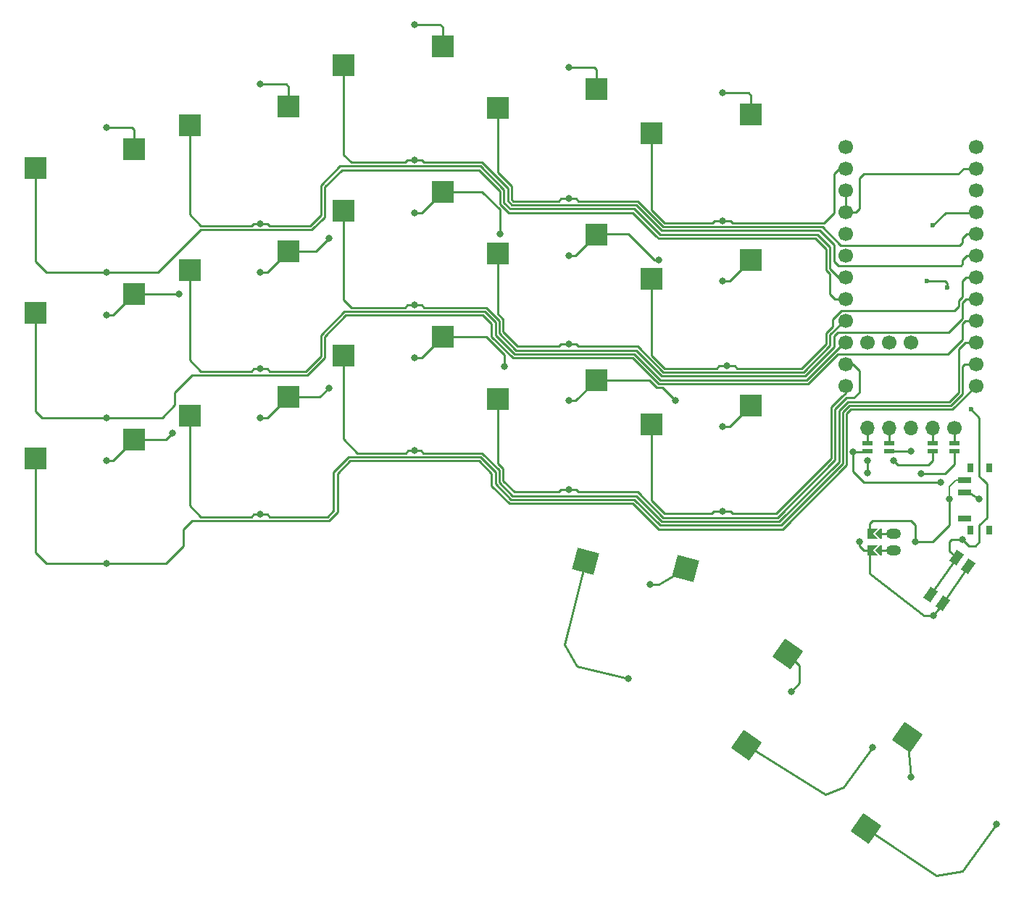
<source format=gbr>
%TF.GenerationSoftware,KiCad,Pcbnew,9.0.0*%
%TF.CreationDate,2025-03-13T17:07:21-04:00*%
%TF.ProjectId,Tenebra,54656e65-6272-4612-9e6b-696361645f70,v1.0.0*%
%TF.SameCoordinates,Original*%
%TF.FileFunction,Copper,L1,Top*%
%TF.FilePolarity,Positive*%
%FSLAX46Y46*%
G04 Gerber Fmt 4.6, Leading zero omitted, Abs format (unit mm)*
G04 Created by KiCad (PCBNEW 9.0.0) date 2025-03-13 17:07:21*
%MOMM*%
%LPD*%
G01*
G04 APERTURE LIST*
G04 Aperture macros list*
%AMRotRect*
0 Rectangle, with rotation*
0 The origin of the aperture is its center*
0 $1 length*
0 $2 width*
0 $3 Rotation angle, in degrees counterclockwise*
0 Add horizontal line*
21,1,$1,$2,0,0,$3*%
%AMFreePoly0*
4,1,6,0.600000,-1.000000,0.000000,-0.400000,-0.600000,-1.000000,-0.600000,0.250000,0.600000,0.250000,0.600000,-1.000000,0.600000,-1.000000,$1*%
%AMFreePoly1*
4,1,6,0.600000,-0.200000,0.600000,-0.400000,-0.600000,-0.400000,-0.600000,-0.200000,0.000000,0.400000,0.600000,-0.200000,0.600000,-0.200000,$1*%
G04 Aperture macros list end*
%TA.AperFunction,SMDPad,CuDef*%
%ADD10R,2.600000X2.600000*%
%TD*%
%TA.AperFunction,ComponentPad*%
%ADD11C,1.700000*%
%TD*%
%TA.AperFunction,SMDPad,CuDef*%
%ADD12RotRect,2.600000X2.600000X55.000000*%
%TD*%
%TA.AperFunction,SMDPad,CuDef*%
%ADD13FreePoly0,90.000000*%
%TD*%
%TA.AperFunction,ComponentPad*%
%ADD14O,1.750000X1.200000*%
%TD*%
%TA.AperFunction,SMDPad,CuDef*%
%ADD15FreePoly1,90.000000*%
%TD*%
%TA.AperFunction,SMDPad,CuDef*%
%ADD16RotRect,1.550000X1.000000X55.000000*%
%TD*%
%TA.AperFunction,SMDPad,CuDef*%
%ADD17R,0.800000X1.000000*%
%TD*%
%TA.AperFunction,SMDPad,CuDef*%
%ADD18R,1.500000X0.700000*%
%TD*%
%TA.AperFunction,ComponentPad*%
%ADD19O,1.700000X1.700000*%
%TD*%
%TA.AperFunction,SMDPad,CuDef*%
%ADD20R,1.200000X0.600000*%
%TD*%
%TA.AperFunction,SMDPad,CuDef*%
%ADD21RotRect,2.600000X2.600000X345.000000*%
%TD*%
%TA.AperFunction,ViaPad*%
%ADD22C,0.800000*%
%TD*%
%TA.AperFunction,ViaPad*%
%ADD23C,0.600000*%
%TD*%
%TA.AperFunction,Conductor*%
%ADD24C,0.250000*%
%TD*%
%TA.AperFunction,Conductor*%
%ADD25C,0.200000*%
%TD*%
G04 APERTURE END LIST*
D10*
%TO.P,S9,1*%
%TO.N,GND*%
X139275000Y-48050000D03*
%TO.P,S9,2*%
%TO.N,main_middle_top*%
X127725000Y-50250000D03*
%TD*%
D11*
%TO.P,MCU1,1*%
%TO.N,RAW*%
X201620000Y-59800000D03*
%TO.P,MCU1,2*%
%TO.N,GND*%
X201620000Y-62340000D03*
%TO.P,MCU1,3*%
%TO.N,RST*%
X201620000Y-64880000D03*
%TO.P,MCU1,4*%
%TO.N,VCC*%
X201620000Y-67420000D03*
%TO.P,MCU1,5*%
%TO.N,main_index_top*%
X201620000Y-69960000D03*
%TO.P,MCU1,6*%
%TO.N,main_middle_top*%
X201620000Y-72500000D03*
%TO.P,MCU1,7*%
%TO.N,main_inner_home*%
X201620000Y-75040000D03*
%TO.P,MCU1,8*%
%TO.N,main_middle_home*%
X201620000Y-77580000D03*
%TO.P,MCU1,9*%
%TO.N,main_pinky_home*%
X201620000Y-80120000D03*
%TO.P,MCU1,10*%
%TO.N,main_middle_bottom*%
X201620000Y-82660000D03*
%TO.P,MCU1,11*%
%TO.N,main_ring_bottom*%
X201620000Y-85200000D03*
%TO.P,MCU1,12*%
%TO.N,main_pinky_bottom*%
X201620000Y-87740000D03*
%TO.P,MCU1,13*%
%TO.N,main_inner_bottom*%
X186380000Y-87740000D03*
%TO.P,MCU1,14*%
%TO.N,main_index_bottom*%
X186380000Y-85200000D03*
%TO.P,MCU1,15*%
%TO.N,main_ring_home*%
X186380000Y-82660000D03*
%TO.P,MCU1,16*%
%TO.N,main_index_home*%
X186380000Y-80120000D03*
%TO.P,MCU1,17*%
%TO.N,main_pinky_top*%
X186380000Y-77580000D03*
%TO.P,MCU1,18*%
%TO.N,main_ring_top*%
X186380000Y-75040000D03*
%TO.P,MCU1,19*%
%TO.N,P3*%
X186380000Y-72500000D03*
%TO.P,MCU1,20*%
%TO.N,P2*%
X186380000Y-69960000D03*
%TO.P,MCU1,21*%
%TO.N,GND*%
X186380000Y-67420000D03*
%TO.P,MCU1,22*%
X186380000Y-64880000D03*
%TO.P,MCU1,23*%
%TO.N,main_inner_top*%
X186380000Y-62340000D03*
%TO.P,MCU1,24*%
%TO.N,P1*%
X186380000Y-59800000D03*
%TO.P,MCU1,25*%
%TO.N,thumb_inner*%
X188920000Y-82660000D03*
%TO.P,MCU1,26*%
%TO.N,thumb_home*%
X191460000Y-82660000D03*
%TO.P,MCU1,27*%
%TO.N,thumb_outer*%
X194000000Y-82660000D03*
%TD*%
D12*
%TO.P,S17,1*%
%TO.N,GND*%
X179642812Y-119051650D03*
%TO.P,S17,2*%
%TO.N,thumb_home*%
X174820139Y-129774725D03*
%TD*%
D13*
%TO.P,JST1,1*%
%TO.N,pos*%
X189184000Y-105000000D03*
%TO.P,JST1,2*%
%TO.N,GND*%
X189184000Y-107000000D03*
D14*
%TO.P,JST1,11*%
%TO.N,JST1_1*%
X192000000Y-105000000D03*
%TO.P,JST1,12*%
%TO.N,JST1_2*%
X192000000Y-107000000D03*
D15*
%TO.P,JST1,21*%
%TO.N,JST1_1*%
X190200000Y-105000000D03*
%TO.P,JST1,22*%
%TO.N,JST1_2*%
X190200000Y-107000000D03*
%TD*%
D16*
%TO.P,RST1,1*%
%TO.N,GND*%
X197690641Y-113137814D03*
%TO.P,RST1,2*%
%TO.N,RST*%
X196298083Y-112162734D03*
%TO.P,RST1,3*%
%TO.N,GND*%
X200701917Y-108837266D03*
%TO.P,RST1,4*%
%TO.N,RST*%
X199309359Y-107862186D03*
%TD*%
D10*
%TO.P,S4,1*%
%TO.N,GND*%
X121275000Y-89050000D03*
%TO.P,S4,2*%
%TO.N,main_ring_bottom*%
X109725000Y-91250000D03*
%TD*%
%TO.P,S12,1*%
%TO.N,GND*%
X157275000Y-53050000D03*
%TO.P,S12,2*%
%TO.N,main_index_top*%
X145725000Y-55250000D03*
%TD*%
%TO.P,S1,1*%
%TO.N,GND*%
X103275000Y-94050000D03*
%TO.P,S1,2*%
%TO.N,main_pinky_bottom*%
X91725000Y-96250000D03*
%TD*%
%TO.P,S15,1*%
%TO.N,GND*%
X175275000Y-56050000D03*
%TO.P,S15,2*%
%TO.N,main_inner_top*%
X163725000Y-58250000D03*
%TD*%
%TO.P,S6,1*%
%TO.N,GND*%
X121275000Y-55050000D03*
%TO.P,S6,2*%
%TO.N,main_ring_top*%
X109725000Y-57250000D03*
%TD*%
%TO.P,S14,1*%
%TO.N,GND*%
X175275000Y-73050000D03*
%TO.P,S14,2*%
%TO.N,main_inner_home*%
X163725000Y-75250000D03*
%TD*%
%TO.P,S10,1*%
%TO.N,GND*%
X157275000Y-87050000D03*
%TO.P,S10,2*%
%TO.N,main_index_bottom*%
X145725000Y-89250000D03*
%TD*%
%TO.P,S8,1*%
%TO.N,GND*%
X139275000Y-65050000D03*
%TO.P,S8,2*%
%TO.N,main_middle_home*%
X127725000Y-67250000D03*
%TD*%
%TO.P,S11,1*%
%TO.N,GND*%
X157275000Y-70050000D03*
%TO.P,S11,2*%
%TO.N,main_index_home*%
X145725000Y-72250000D03*
%TD*%
%TO.P,S13,1*%
%TO.N,GND*%
X175275000Y-90050000D03*
%TO.P,S13,2*%
%TO.N,main_inner_bottom*%
X163725000Y-92250000D03*
%TD*%
%TO.P,S2,1*%
%TO.N,GND*%
X103275000Y-77050000D03*
%TO.P,S2,2*%
%TO.N,main_pinky_home*%
X91725000Y-79250000D03*
%TD*%
%TO.P,S7,1*%
%TO.N,GND*%
X139275000Y-82050000D03*
%TO.P,S7,2*%
%TO.N,main_middle_bottom*%
X127725000Y-84250000D03*
%TD*%
%TO.P,S3,1*%
%TO.N,GND*%
X103275000Y-60050000D03*
%TO.P,S3,2*%
%TO.N,main_pinky_top*%
X91725000Y-62250000D03*
%TD*%
D12*
%TO.P,S18,1*%
%TO.N,GND*%
X193568397Y-128802449D03*
%TO.P,S18,2*%
%TO.N,thumb_outer*%
X188745724Y-139525524D03*
%TD*%
D17*
%TO.P,PWR1,*%
%TO.N,*%
X200915000Y-97350000D03*
X200915000Y-104650000D03*
X203125000Y-97350000D03*
X203125000Y-104650000D03*
D18*
%TO.P,PWR1,1*%
%TO.N,N/C*%
X200265000Y-103250000D03*
%TO.P,PWR1,2*%
%TO.N,RAW*%
X200265000Y-100250000D03*
%TO.P,PWR1,3*%
%TO.N,pos*%
X200265000Y-98750000D03*
%TD*%
D10*
%TO.P,S5,1*%
%TO.N,GND*%
X121275000Y-72050000D03*
%TO.P,S5,2*%
%TO.N,main_ring_home*%
X109725000Y-74250000D03*
%TD*%
D19*
%TO.P,DISP1,1*%
%TO.N,DISP1_1*%
X188920000Y-92700000D03*
%TO.P,DISP1,2*%
%TO.N,DISP1_2*%
X191460000Y-92700000D03*
%TO.P,DISP1,3*%
%TO.N,VCC*%
X194000000Y-92700000D03*
%TO.P,DISP1,4*%
%TO.N,DISP1_4*%
X196540000Y-92700000D03*
D11*
%TO.P,DISP1,5*%
%TO.N,DISP1_5*%
X199080000Y-92700000D03*
D20*
%TO.P,DISP1,10*%
%TO.N,P1*%
X188920000Y-95350000D03*
%TO.P,DISP1,11*%
%TO.N,GND*%
X191460000Y-95350000D03*
%TO.P,DISP1,12*%
%TO.N,P2*%
X196540000Y-95350000D03*
%TO.P,DISP1,13*%
%TO.N,P3*%
X199080000Y-95350000D03*
%TO.P,DISP1,14*%
%TO.N,DISP1_1*%
X188920000Y-94450000D03*
%TO.P,DISP1,15*%
%TO.N,DISP1_2*%
X191460000Y-94450000D03*
%TO.P,DISP1,16*%
%TO.N,DISP1_4*%
X196540000Y-94450000D03*
%TO.P,DISP1,17*%
%TO.N,DISP1_5*%
X199080000Y-94450000D03*
%TD*%
D21*
%TO.P,S16,1*%
%TO.N,GND*%
X167703380Y-109100374D03*
%TO.P,S16,2*%
%TO.N,thumb_inner*%
X155977535Y-108236051D03*
%TD*%
D22*
%TO.N,RAW*%
X202000000Y-101000000D03*
D23*
X195900000Y-75500000D03*
X198250000Y-76250000D03*
D22*
%TO.N,GND*%
X126000000Y-88000000D03*
X166500000Y-89500000D03*
X108500000Y-77000000D03*
X154000000Y-72500000D03*
X163500000Y-111000000D03*
X136000000Y-45500000D03*
X118000000Y-91500000D03*
X100000000Y-57500000D03*
X194000000Y-95350000D03*
X154000000Y-89500000D03*
X154000000Y-50500000D03*
X126000000Y-70500000D03*
X118000000Y-52500000D03*
X100000000Y-96500000D03*
X194000000Y-133500000D03*
X107750000Y-93250000D03*
X146000000Y-70000000D03*
X188000000Y-106000000D03*
X136000000Y-84500000D03*
X146500000Y-85500000D03*
X180000000Y-123500000D03*
X196625727Y-114625727D03*
X172000000Y-53500000D03*
X118000000Y-74500000D03*
X100000000Y-79500000D03*
X164500000Y-73000000D03*
X172000000Y-75500000D03*
X136000000Y-67500000D03*
X172000000Y-92500000D03*
%TO.N,RST*%
X200000000Y-105750000D03*
D23*
X201000000Y-90500000D03*
%TO.N,VCC*%
X196525000Y-69000000D03*
D22*
%TO.N,main_index_top*%
X154000000Y-65875000D03*
%TO.N,main_middle_top*%
X136000000Y-61325000D03*
%TO.N,main_inner_home*%
X172500000Y-85425000D03*
%TO.N,main_middle_home*%
X136000000Y-78325000D03*
%TO.N,main_pinky_home*%
X100000000Y-91500000D03*
%TO.N,main_middle_bottom*%
X136000000Y-95325000D03*
%TO.N,main_ring_bottom*%
X118000000Y-102775000D03*
%TO.N,main_pinky_bottom*%
X100000000Y-108500000D03*
%TO.N,P1*%
X187225000Y-95500000D03*
X197500000Y-99000000D03*
%TO.N,main_inner_top*%
X172000000Y-68425000D03*
%TO.N,P2*%
X192000000Y-96500000D03*
%TO.N,P3*%
X188920000Y-97950000D03*
X195225000Y-98000000D03*
X188920000Y-96500000D03*
%TO.N,main_ring_top*%
X118000000Y-68775000D03*
%TO.N,main_pinky_top*%
X100000000Y-74500000D03*
%TO.N,main_index_home*%
X154000000Y-82875000D03*
%TO.N,main_ring_home*%
X118000000Y-85775000D03*
%TO.N,main_index_bottom*%
X154000000Y-99875000D03*
%TO.N,main_inner_bottom*%
X172000000Y-102425000D03*
%TO.N,thumb_inner*%
X161000000Y-122000000D03*
%TO.N,thumb_home*%
X189500000Y-130000000D03*
%TO.N,thumb_outer*%
X204000000Y-139000000D03*
%TO.N,pos*%
X198500000Y-100999994D03*
X194500000Y-106000000D03*
%TD*%
D24*
%TO.N,RAW*%
X198250000Y-76250000D02*
X198250000Y-75750000D01*
X198250000Y-75750000D02*
X198000000Y-75500000D01*
X200765000Y-100250000D02*
X202000000Y-101000000D01*
X198000000Y-75500000D02*
X195900000Y-75500000D01*
%TO.N,GND*%
X121275000Y-89050000D02*
X124950000Y-89050000D01*
X154000000Y-89500000D02*
X154825000Y-89500000D01*
X106950000Y-94050000D02*
X103275000Y-94050000D01*
X161000000Y-70000000D02*
X164000000Y-73000000D01*
X188000000Y-67000000D02*
X187580000Y-67420000D01*
X121000000Y-52500000D02*
X118000000Y-52500000D01*
X108450000Y-77050000D02*
X108500000Y-77000000D01*
X100000000Y-96500000D02*
X100825000Y-96500000D01*
X188000000Y-63500000D02*
X188000000Y-67000000D01*
X146500000Y-84136396D02*
X146500000Y-85500000D01*
X136000000Y-67500000D02*
X136825000Y-67500000D01*
X189184000Y-109684000D02*
X195500000Y-114625727D01*
X103275000Y-60050000D02*
X103275000Y-57775000D01*
X118825000Y-74500000D02*
X121275000Y-72050000D01*
X144413604Y-82050000D02*
X146500000Y-84136396D01*
X172000000Y-53500000D02*
X175000000Y-53500000D01*
X157275000Y-70050000D02*
X157950000Y-70050000D01*
X164313190Y-87951000D02*
X164049000Y-87686810D01*
X189184000Y-107000000D02*
X189184000Y-109684000D01*
X121275000Y-72050000D02*
X124450000Y-72050000D01*
X164686810Y-87951000D02*
X164313190Y-87951000D01*
X100000000Y-79500000D02*
X100825000Y-79500000D01*
X172000000Y-92500000D02*
X172825000Y-92500000D01*
X157950000Y-70050000D02*
X158000000Y-70000000D01*
X191460000Y-95350000D02*
X191500000Y-95390000D01*
X186380000Y-64880000D02*
X186380000Y-67420000D01*
X200701917Y-108837266D02*
X197690641Y-113137814D01*
X193568397Y-128802449D02*
X194000000Y-133500000D01*
X103000000Y-57500000D02*
X100000000Y-57500000D01*
X139275000Y-82050000D02*
X144413604Y-82050000D01*
X195500000Y-114625727D02*
X196625727Y-114625727D01*
X139275000Y-45775000D02*
X139000000Y-45500000D01*
X154000000Y-50500000D02*
X157000000Y-50500000D01*
X188000000Y-106500000D02*
X188500000Y-107000000D01*
X157000000Y-50500000D02*
X157275000Y-50775000D01*
X172000000Y-75500000D02*
X172825000Y-75500000D01*
X118825000Y-91500000D02*
X121275000Y-89050000D01*
X103275000Y-77050000D02*
X108450000Y-77050000D01*
X139275000Y-48050000D02*
X139275000Y-45775000D01*
X124450000Y-72050000D02*
X126000000Y-70500000D01*
X201620000Y-62340000D02*
X200160000Y-62340000D01*
X107750000Y-93250000D02*
X106950000Y-94050000D01*
X163412190Y-87050000D02*
X157275000Y-87050000D01*
X103275000Y-57775000D02*
X103000000Y-57500000D01*
X194000000Y-95350000D02*
X191460000Y-95350000D01*
X188500000Y-63000000D02*
X188000000Y-63500000D01*
X181000000Y-120408838D02*
X181000000Y-122500000D01*
X154825000Y-89500000D02*
X157275000Y-87050000D01*
X146000000Y-70000000D02*
X146000000Y-67139224D01*
X175000000Y-53500000D02*
X175275000Y-53775000D01*
X164049000Y-87686810D02*
X163412190Y-87050000D01*
X118000000Y-74500000D02*
X118825000Y-74500000D01*
X164500000Y-111000000D02*
X167703380Y-109100374D01*
X196625727Y-114625727D02*
X197690641Y-113137814D01*
X172825000Y-75500000D02*
X175275000Y-73050000D01*
X199500000Y-63000000D02*
X188500000Y-63000000D01*
X200160000Y-62340000D02*
X199500000Y-63000000D01*
X188000000Y-106000000D02*
X188000000Y-106500000D01*
X124950000Y-89050000D02*
X126000000Y-88000000D01*
X175275000Y-53775000D02*
X175275000Y-56050000D01*
X139000000Y-45500000D02*
X136000000Y-45500000D01*
X136825000Y-84500000D02*
X139275000Y-82050000D01*
X100825000Y-96500000D02*
X103275000Y-94050000D01*
X157275000Y-50775000D02*
X157275000Y-53050000D01*
X179642812Y-119051650D02*
X181000000Y-120408838D01*
X164951000Y-87951000D02*
X164686810Y-87951000D01*
X157275000Y-70050000D02*
X154825000Y-72500000D01*
X121275000Y-55050000D02*
X121275000Y-52775000D01*
X172825000Y-92500000D02*
X175275000Y-90050000D01*
X118000000Y-91500000D02*
X118825000Y-91500000D01*
X146000000Y-67139224D02*
X143910776Y-65050000D01*
X164000000Y-73000000D02*
X164500000Y-73000000D01*
X187580000Y-67420000D02*
X186380000Y-67420000D01*
X166500000Y-89500000D02*
X164951000Y-87951000D01*
X181000000Y-122500000D02*
X180000000Y-123500000D01*
X100825000Y-79500000D02*
X103275000Y-77050000D01*
X121275000Y-52775000D02*
X121000000Y-52500000D01*
X188500000Y-107000000D02*
X189184000Y-107000000D01*
X136825000Y-67500000D02*
X139275000Y-65050000D01*
X158000000Y-70000000D02*
X161000000Y-70000000D01*
X163500000Y-111000000D02*
X164500000Y-111000000D01*
X154825000Y-72500000D02*
X154000000Y-72500000D01*
X143910776Y-65050000D02*
X139275000Y-65050000D01*
X136000000Y-84500000D02*
X136825000Y-84500000D01*
%TO.N,RST*%
X202000000Y-106000000D02*
X202000000Y-104000000D01*
X202000000Y-104000000D02*
X202851000Y-103149000D01*
X198750000Y-105750000D02*
X198500000Y-106000000D01*
X198500000Y-106000000D02*
X198500000Y-107052827D01*
X200000000Y-105750000D02*
X198750000Y-105750000D01*
X202000000Y-91500000D02*
X201000000Y-90500000D01*
X202000000Y-98325000D02*
X202000000Y-91500000D01*
X200000000Y-105750000D02*
X200750000Y-106500000D01*
X201500000Y-106500000D02*
X202000000Y-106000000D01*
X202851000Y-99157860D02*
X202367140Y-98674000D01*
X202367140Y-98674000D02*
X202349000Y-98674000D01*
X196298083Y-112162734D02*
X199309359Y-107862186D01*
X198500000Y-107052827D02*
X199309359Y-107862186D01*
X202851000Y-103149000D02*
X202851000Y-99157860D01*
X200750000Y-106500000D02*
X201500000Y-106500000D01*
X202349000Y-98674000D02*
X202000000Y-98325000D01*
%TO.N,VCC*%
X196525000Y-69000000D02*
X198025000Y-67500000D01*
X198025000Y-67500000D02*
X201540000Y-67500000D01*
X201540000Y-67500000D02*
X201620000Y-67420000D01*
%TO.N,main_index_top*%
X153125000Y-65875000D02*
X152850000Y-66150000D01*
X154000000Y-65875000D02*
X154875000Y-65875000D01*
X147350000Y-64440812D02*
X145725000Y-62815812D01*
X147559188Y-66150000D02*
X147350000Y-65940812D01*
X199675000Y-71325000D02*
X200000000Y-71000000D01*
X162059188Y-66150000D02*
X165059188Y-69150000D01*
X155150000Y-66150000D02*
X162059188Y-66150000D01*
X200000000Y-71000000D02*
X200000000Y-70500000D01*
X185825000Y-71325000D02*
X199675000Y-71325000D01*
X152850000Y-66150000D02*
X147559188Y-66150000D01*
X147350000Y-65940812D02*
X147350000Y-64440812D01*
X183650000Y-69150000D02*
X185825000Y-71325000D01*
X145725000Y-62815812D02*
X145725000Y-55250000D01*
X154000000Y-65875000D02*
X153125000Y-65875000D01*
X200540000Y-69960000D02*
X201620000Y-69960000D01*
X165059188Y-69150000D02*
X183650000Y-69150000D01*
X200000000Y-70500000D02*
X200540000Y-69960000D01*
X154875000Y-65875000D02*
X155150000Y-66150000D01*
%TO.N,main_middle_top*%
X161872792Y-66600000D02*
X147372792Y-66600000D01*
X185500000Y-73675000D02*
X185000000Y-73175000D01*
X135175000Y-61325000D02*
X134900000Y-61600000D01*
X199825000Y-73675000D02*
X185500000Y-73675000D01*
X185000000Y-71250000D02*
X183350000Y-69600000D01*
X134900000Y-61600000D02*
X128600000Y-61600000D01*
X185000000Y-73175000D02*
X185000000Y-71250000D01*
X143872792Y-61600000D02*
X137100000Y-61600000D01*
X146900000Y-66127208D02*
X146900000Y-64627208D01*
X128600000Y-61600000D02*
X127725000Y-60725000D01*
X136825000Y-61325000D02*
X136000000Y-61325000D01*
X164872792Y-69600000D02*
X161872792Y-66600000D01*
X183350000Y-69600000D02*
X164872792Y-69600000D01*
X137100000Y-61600000D02*
X136825000Y-61325000D01*
X201620000Y-72500000D02*
X200500000Y-72500000D01*
X200000000Y-73000000D02*
X200000000Y-73500000D01*
X146900000Y-64627208D02*
X143872792Y-61600000D01*
X200000000Y-73500000D02*
X199825000Y-73675000D01*
X147372792Y-66600000D02*
X146900000Y-66127208D01*
X200500000Y-72500000D02*
X200000000Y-73000000D01*
X136000000Y-61325000D02*
X135175000Y-61325000D01*
X127725000Y-60725000D02*
X127725000Y-50250000D01*
%TO.N,main_inner_home*%
X200000000Y-75500000D02*
X200000000Y-77363604D01*
X184095406Y-82859010D02*
X181254416Y-85700000D01*
X171575000Y-85425000D02*
X172500000Y-85425000D01*
X173700000Y-85700000D02*
X173425000Y-85425000D01*
X185893299Y-78945000D02*
X184833179Y-80005120D01*
X173425000Y-85425000D02*
X172500000Y-85425000D01*
X199550000Y-78450000D02*
X199055000Y-78945000D01*
X199550000Y-77813604D02*
X199550000Y-78450000D01*
X165245584Y-85700000D02*
X171300000Y-85700000D01*
X200000000Y-77363604D02*
X199550000Y-77813604D01*
X163725000Y-75250000D02*
X163725000Y-84179416D01*
X184095406Y-81570951D02*
X184095406Y-82859010D01*
X163725000Y-84179416D02*
X165245584Y-85700000D01*
X181254416Y-85700000D02*
X173700000Y-85700000D01*
X171300000Y-85700000D02*
X171575000Y-85425000D01*
X184833179Y-80005120D02*
X184833179Y-80833178D01*
X184833179Y-80833178D02*
X184095406Y-81570951D01*
X201620000Y-75040000D02*
X200460000Y-75040000D01*
X199055000Y-78945000D02*
X185893299Y-78945000D01*
X200460000Y-75040000D02*
X200000000Y-75500000D01*
%TO.N,main_middle_home*%
X127725000Y-77725000D02*
X128600000Y-78600000D01*
X198378604Y-81485000D02*
X200000000Y-79863604D01*
X145900000Y-81627208D02*
X147872792Y-83600000D01*
X136825000Y-78325000D02*
X137100000Y-78600000D01*
X164872792Y-86600000D02*
X181627208Y-86600000D01*
X128600000Y-78600000D02*
X134900000Y-78600000D01*
X134900000Y-78600000D02*
X135175000Y-78325000D01*
X181627208Y-86600000D02*
X185000000Y-83227208D01*
X136000000Y-78325000D02*
X136825000Y-78325000D01*
X185454149Y-81485000D02*
X198378604Y-81485000D01*
X200000000Y-78000000D02*
X200420000Y-77580000D01*
X185000000Y-83227208D02*
X185000000Y-81939149D01*
X161872792Y-83600000D02*
X164872792Y-86600000D01*
X135175000Y-78325000D02*
X136000000Y-78325000D01*
X185000000Y-81939149D02*
X185454149Y-81485000D01*
X137100000Y-78600000D02*
X144372792Y-78600000D01*
X144372792Y-78600000D02*
X145900000Y-80127208D01*
X200420000Y-77580000D02*
X201620000Y-77580000D01*
X145900000Y-80127208D02*
X145900000Y-81627208D01*
X127725000Y-67250000D02*
X127725000Y-77725000D01*
X200000000Y-79863604D02*
X200000000Y-78000000D01*
X147872792Y-83600000D02*
X161872792Y-83600000D01*
%TO.N,main_pinky_home*%
X200000000Y-82363604D02*
X198338604Y-84025000D01*
X201620000Y-80120000D02*
X200380000Y-80120000D01*
X100000000Y-91500000D02*
X92500000Y-91500000D01*
X108000000Y-88500000D02*
X108000000Y-90000000D01*
X200000000Y-80500000D02*
X200000000Y-82363604D01*
X128000000Y-79500000D02*
X125500000Y-82000000D01*
X106500000Y-91500000D02*
X100000000Y-91500000D01*
X200380000Y-80120000D02*
X200000000Y-80500000D01*
X108000000Y-90000000D02*
X106500000Y-91500000D01*
X145000000Y-80500000D02*
X144000000Y-79500000D01*
X92500000Y-91500000D02*
X91725000Y-90725000D01*
X110000000Y-86500000D02*
X108000000Y-88500000D01*
X147500000Y-84500000D02*
X145000000Y-82000000D01*
X144000000Y-79500000D02*
X128000000Y-79500000D01*
X123500000Y-86500000D02*
X110000000Y-86500000D01*
X198338604Y-84025000D02*
X185475000Y-84025000D01*
X91725000Y-90725000D02*
X91725000Y-79250000D01*
X125500000Y-82000000D02*
X125500000Y-84500000D01*
X125500000Y-84500000D02*
X123500000Y-86500000D01*
X161500000Y-84500000D02*
X147500000Y-84500000D01*
X185475000Y-84025000D02*
X182000000Y-87500000D01*
X164500000Y-87500000D02*
X161500000Y-84500000D01*
X145000000Y-82000000D02*
X145000000Y-80500000D01*
X182000000Y-87500000D02*
X164500000Y-87500000D01*
%TO.N,main_middle_bottom*%
X136000000Y-95325000D02*
X135275000Y-95325000D01*
X185600000Y-96627208D02*
X185600000Y-90627208D01*
X145900000Y-97627208D02*
X145900000Y-99036396D01*
X185600000Y-90627208D02*
X186627208Y-89600000D01*
X161872792Y-100600000D02*
X164872792Y-103600000D01*
X129350000Y-95600000D02*
X127725000Y-93975000D01*
X136725000Y-95325000D02*
X137000000Y-95600000D01*
X137000000Y-95600000D02*
X143872792Y-95600000D01*
X145900000Y-99036396D02*
X147463604Y-100600000D01*
X136000000Y-95325000D02*
X136725000Y-95325000D01*
X199550000Y-88537208D02*
X199550000Y-83450000D01*
X143872792Y-95600000D02*
X145900000Y-97627208D01*
X127725000Y-93975000D02*
X127725000Y-84250000D01*
X200340000Y-82660000D02*
X201620000Y-82660000D01*
X164872792Y-103600000D02*
X178627208Y-103600000D01*
X199550000Y-83450000D02*
X200340000Y-82660000D01*
X147463604Y-100600000D02*
X161872792Y-100600000D01*
X186627208Y-89600000D02*
X198487208Y-89600000D01*
X178627208Y-103600000D02*
X185600000Y-96627208D01*
X135275000Y-95325000D02*
X135000000Y-95600000D01*
X135000000Y-95600000D02*
X129350000Y-95600000D01*
X198487208Y-89600000D02*
X199550000Y-88537208D01*
%TO.N,main_ring_bottom*%
X109725000Y-101725000D02*
X111050000Y-103050000D01*
X164686396Y-104050000D02*
X178813604Y-104050000D01*
X198673604Y-90050000D02*
X200000000Y-88723604D01*
X186813604Y-90050000D02*
X198673604Y-90050000D01*
X200000000Y-88723604D02*
X200000000Y-85500000D01*
X126550000Y-102313604D02*
X126550000Y-97813604D01*
X161686396Y-101050000D02*
X164686396Y-104050000D01*
X145450000Y-97813604D02*
X145450000Y-99222792D01*
X145450000Y-99222792D02*
X147277208Y-101050000D01*
X147277208Y-101050000D02*
X161686396Y-101050000D01*
X116950000Y-103050000D02*
X117225000Y-102775000D01*
X186050000Y-96813604D02*
X186050000Y-90813604D01*
X117225000Y-102775000D02*
X118000000Y-102775000D01*
X200300000Y-85200000D02*
X201620000Y-85200000D01*
X126550000Y-97813604D02*
X128313604Y-96050000D01*
X118000000Y-102775000D02*
X118775000Y-102775000D01*
X118775000Y-102775000D02*
X119050000Y-103050000D01*
X186050000Y-90813604D02*
X186813604Y-90050000D01*
X109725000Y-91250000D02*
X109725000Y-101725000D01*
X128313604Y-96050000D02*
X143686396Y-96050000D01*
X200000000Y-85500000D02*
X200300000Y-85200000D01*
X119050000Y-103050000D02*
X125813604Y-103050000D01*
X143686396Y-96050000D02*
X145450000Y-97813604D01*
X125813604Y-103050000D02*
X126550000Y-102313604D01*
X178813604Y-104050000D02*
X186050000Y-96813604D01*
X111050000Y-103050000D02*
X116950000Y-103050000D01*
%TO.N,main_pinky_bottom*%
X186500000Y-91000000D02*
X187000000Y-90500000D01*
X91725000Y-107225000D02*
X93000000Y-108500000D01*
X107000000Y-108500000D02*
X109000000Y-106500000D01*
X186500000Y-97000000D02*
X186500000Y-91000000D01*
X164500000Y-104500000D02*
X179000000Y-104500000D01*
X161500000Y-101500000D02*
X164500000Y-104500000D01*
X93000000Y-108500000D02*
X100000000Y-108500000D01*
X179000000Y-104500000D02*
X186500000Y-97000000D01*
X143500000Y-96500000D02*
X145000000Y-98000000D01*
X126000000Y-103500000D02*
X127000000Y-102500000D01*
X109000000Y-104500000D02*
X110000000Y-103500000D01*
X109000000Y-106500000D02*
X109000000Y-104500000D01*
X147090812Y-101500000D02*
X161500000Y-101500000D01*
X128500000Y-96500000D02*
X143500000Y-96500000D01*
X187000000Y-90500000D02*
X198860000Y-90500000D01*
X91725000Y-96250000D02*
X91725000Y-107225000D01*
X145000000Y-98000000D02*
X145000000Y-99409188D01*
X100000000Y-108500000D02*
X107000000Y-108500000D01*
X127000000Y-98000000D02*
X128500000Y-96500000D01*
X145000000Y-99409188D02*
X147090812Y-101500000D01*
X198860000Y-90500000D02*
X201620000Y-87740000D01*
X127000000Y-102500000D02*
X127000000Y-98000000D01*
X110000000Y-103500000D02*
X126000000Y-103500000D01*
%TO.N,P1*%
X188500000Y-99000000D02*
X187225000Y-97725000D01*
X188770000Y-95500000D02*
X188920000Y-95350000D01*
X187225000Y-95500000D02*
X188770000Y-95500000D01*
X197500000Y-99000000D02*
X188500000Y-99000000D01*
X187225000Y-97725000D02*
X187225000Y-95500000D01*
%TO.N,main_inner_top*%
X172925000Y-68425000D02*
X173200000Y-68700000D01*
X173200000Y-68700000D02*
X183800000Y-68700000D01*
X171075000Y-68425000D02*
X170800000Y-68700000D01*
X165245584Y-68700000D02*
X163725000Y-67179416D01*
X185000000Y-67500000D02*
X185000000Y-63000000D01*
X185000000Y-63000000D02*
X185660000Y-62340000D01*
X172000000Y-68425000D02*
X172925000Y-68425000D01*
X172000000Y-68425000D02*
X171075000Y-68425000D01*
X183800000Y-68700000D02*
X185000000Y-67500000D01*
X170800000Y-68700000D02*
X165245584Y-68700000D01*
X185660000Y-62340000D02*
X186380000Y-62340000D01*
X163725000Y-67179416D02*
X163725000Y-58250000D01*
%TO.N,P2*%
X192000000Y-96500000D02*
X192500000Y-97000000D01*
X196040000Y-97000000D02*
X196540000Y-96500000D01*
X196540000Y-96500000D02*
X196540000Y-95350000D01*
X192500000Y-97000000D02*
X196040000Y-97000000D01*
%TO.N,P3*%
X199080000Y-96920000D02*
X199080000Y-95350000D01*
X195225000Y-98000000D02*
X198000000Y-98000000D01*
X198000000Y-98000000D02*
X199080000Y-96920000D01*
X188920000Y-96500000D02*
X188920000Y-97950000D01*
%TO.N,main_ring_top*%
X143685982Y-62051000D02*
X146449000Y-64814018D01*
X125050000Y-64313604D02*
X127313604Y-62050000D01*
X185540001Y-75040000D02*
X186380000Y-75040000D01*
X117225000Y-68775000D02*
X116950000Y-69050000D01*
X135699280Y-62051000D02*
X136300720Y-62051000D01*
X183051000Y-70051000D02*
X184549000Y-71549000D01*
X127313604Y-62050000D02*
X128412190Y-62050000D01*
X118000000Y-68775000D02*
X117225000Y-68775000D01*
X119050000Y-69050000D02*
X123813604Y-69050000D01*
X136913190Y-62051000D02*
X143685982Y-62051000D01*
X161685982Y-67051000D02*
X164685982Y-70051000D01*
X109725000Y-67725000D02*
X109725000Y-57250000D01*
X135087810Y-62050000D02*
X135698280Y-62050000D01*
X146449000Y-66314018D02*
X147185982Y-67051000D01*
X111050000Y-69050000D02*
X109725000Y-67725000D01*
X146449000Y-64814018D02*
X146449000Y-66314018D01*
X184549000Y-74048999D02*
X185540001Y-75040000D01*
X184549000Y-71549000D02*
X184549000Y-74048999D01*
X128413190Y-62051000D02*
X135086810Y-62051000D01*
X118775000Y-68775000D02*
X119050000Y-69050000D01*
X136300720Y-62051000D02*
X136301720Y-62050000D01*
X128412190Y-62050000D02*
X128413190Y-62051000D01*
X136912190Y-62050000D02*
X136913190Y-62051000D01*
X116950000Y-69050000D02*
X111050000Y-69050000D01*
X136301720Y-62050000D02*
X136912190Y-62050000D01*
X118000000Y-68775000D02*
X118775000Y-68775000D01*
X147185982Y-67051000D02*
X161685982Y-67051000D01*
X135698280Y-62050000D02*
X135699280Y-62051000D01*
X125050000Y-67813604D02*
X125050000Y-64313604D01*
X135086810Y-62051000D02*
X135087810Y-62050000D01*
X123813604Y-69050000D02*
X125050000Y-67813604D01*
X164685982Y-70051000D02*
X183051000Y-70051000D01*
%TO.N,main_pinky_top*%
X117698280Y-69500000D02*
X117699280Y-69501000D01*
X136725380Y-62501000D02*
X136726380Y-62502000D01*
X100000000Y-74500000D02*
X106000000Y-74500000D01*
X100000000Y-74500000D02*
X93000000Y-74500000D01*
X128226380Y-62502000D02*
X128600000Y-62502000D01*
X118301720Y-69500000D02*
X118862190Y-69500000D01*
X125501000Y-64500414D02*
X127500414Y-62501000D01*
X161499172Y-67502000D02*
X164234982Y-70237810D01*
X118862190Y-69500000D02*
X118863190Y-69501000D01*
X184098000Y-71735810D02*
X184098000Y-73548620D01*
X136113910Y-62502000D02*
X136487530Y-62502000D01*
X118863190Y-69501000D02*
X119236810Y-69501000D01*
X147372792Y-67502000D02*
X161499172Y-67502000D01*
X117137810Y-69500000D02*
X117698280Y-69500000D01*
X128225380Y-62501000D02*
X128226380Y-62502000D01*
X182864190Y-70502000D02*
X184098000Y-71735810D01*
X118300720Y-69501000D02*
X118301720Y-69500000D01*
X125236810Y-68264604D02*
X125501000Y-68000414D01*
X93000000Y-74500000D02*
X91725000Y-73225000D01*
X184098000Y-74235809D02*
X184362190Y-74499999D01*
X135511470Y-62501000D02*
X135512470Y-62502000D01*
X124264604Y-69236810D02*
X125236810Y-68264604D01*
X127500414Y-62501000D02*
X128225380Y-62501000D01*
X116763190Y-69501000D02*
X117136810Y-69501000D01*
X135273620Y-62502000D02*
X135274620Y-62501000D01*
X117699280Y-69501000D02*
X118300720Y-69501000D01*
X119236810Y-69501000D02*
X123626794Y-69501000D01*
X145998000Y-66127208D02*
X145998000Y-66500828D01*
X136487530Y-62502000D02*
X136488530Y-62501000D01*
X135274620Y-62501000D02*
X135511470Y-62501000D01*
X184500000Y-74637809D02*
X184500000Y-77000000D01*
X164234982Y-70237810D02*
X164499172Y-70502000D01*
X184362190Y-74499999D02*
X184500000Y-74637809D01*
X106000000Y-74500000D02*
X110999000Y-69501000D01*
X117136810Y-69501000D02*
X117137810Y-69500000D01*
X146734982Y-67237810D02*
X146999172Y-67502000D01*
X184098000Y-73548620D02*
X184098000Y-73862189D01*
X136726380Y-62502000D02*
X137100000Y-62502000D01*
X111236810Y-69501000D02*
X116763190Y-69501000D01*
X184098000Y-73862189D02*
X184098000Y-74235809D01*
X123626794Y-69501000D02*
X124000414Y-69501000D01*
X185080000Y-77580000D02*
X186380000Y-77580000D01*
X91725000Y-73225000D02*
X91725000Y-62250000D01*
X137100000Y-62502000D02*
X143499172Y-62502000D01*
X164872792Y-70502000D02*
X182864190Y-70502000D01*
X124000414Y-69501000D02*
X124264604Y-69236810D01*
X146262190Y-66765018D02*
X146734982Y-67237810D01*
X136488530Y-62501000D02*
X136725380Y-62501000D01*
X125501000Y-68000414D02*
X125501000Y-67626794D01*
X128600000Y-62502000D02*
X134900000Y-62502000D01*
X164499172Y-70502000D02*
X164872792Y-70502000D01*
X184500000Y-77000000D02*
X185080000Y-77580000D01*
X135886090Y-62502000D02*
X136113910Y-62502000D01*
X143499172Y-62502000D02*
X145998000Y-65000828D01*
X145998000Y-65000828D02*
X145998000Y-66127208D01*
X135512470Y-62502000D02*
X135886090Y-62502000D01*
X110999000Y-69501000D02*
X111236810Y-69501000D01*
X134900000Y-62502000D02*
X135273620Y-62502000D01*
X145998000Y-66500828D02*
X146262190Y-66765018D01*
X146999172Y-67502000D02*
X147372792Y-67502000D01*
X125501000Y-67626794D02*
X125501000Y-64500414D01*
%TO.N,main_index_home*%
X181440812Y-86150000D02*
X184545406Y-83045406D01*
X153125000Y-82875000D02*
X152850000Y-83150000D01*
X148059188Y-83150000D02*
X146350000Y-81440812D01*
X154875000Y-82875000D02*
X155150000Y-83150000D01*
X155150000Y-83150000D02*
X162059188Y-83150000D01*
X145725000Y-79315812D02*
X145725000Y-72250000D01*
X154000000Y-82875000D02*
X154875000Y-82875000D01*
X146350000Y-79940812D02*
X145725000Y-79315812D01*
X184545406Y-81757347D02*
X186182753Y-80120000D01*
X165059188Y-86150000D02*
X181440812Y-86150000D01*
X162059188Y-83150000D02*
X165059188Y-86150000D01*
X146350000Y-81440812D02*
X146350000Y-79940812D01*
X154000000Y-82875000D02*
X153125000Y-82875000D01*
X184545406Y-83045406D02*
X184545406Y-81757347D01*
X186182753Y-80120000D02*
X186380000Y-80120000D01*
X152850000Y-83150000D02*
X148059188Y-83150000D01*
%TO.N,main_ring_home*%
X111050000Y-86050000D02*
X116950000Y-86050000D01*
X144186396Y-79050000D02*
X145450000Y-80313604D01*
X186203604Y-82660000D02*
X186380000Y-82660000D01*
X145450000Y-81813604D02*
X147686396Y-84050000D01*
X125050000Y-81813604D02*
X127813604Y-79050000D01*
X118000000Y-85775000D02*
X118775000Y-85775000D01*
X116950000Y-86050000D02*
X117225000Y-85775000D01*
X109725000Y-74250000D02*
X109725000Y-74725000D01*
X127813604Y-79050000D02*
X144186396Y-79050000D01*
X123313604Y-86050000D02*
X125050000Y-84313604D01*
X145450000Y-80313604D02*
X145450000Y-81813604D01*
X164686396Y-87050000D02*
X181813604Y-87050000D01*
X181813604Y-87050000D02*
X186203604Y-82660000D01*
X109725000Y-84725000D02*
X111050000Y-86050000D01*
X109725000Y-74250000D02*
X109725000Y-84725000D01*
X117225000Y-85775000D02*
X118000000Y-85775000D01*
X161686396Y-84050000D02*
X164686396Y-87050000D01*
X147686396Y-84050000D02*
X161686396Y-84050000D01*
X125050000Y-84313604D02*
X125050000Y-81813604D01*
X118775000Y-85775000D02*
X119050000Y-86050000D01*
X119050000Y-86050000D02*
X123313604Y-86050000D01*
%TO.N,main_index_bottom*%
X186440812Y-89150000D02*
X187350000Y-89150000D01*
X145725000Y-96815812D02*
X145725000Y-89250000D01*
X165059188Y-103150000D02*
X178440812Y-103150000D01*
X178440812Y-103150000D02*
X185150000Y-96440812D01*
X146350000Y-97440812D02*
X145725000Y-96815812D01*
X185150000Y-96440812D02*
X185150000Y-90440812D01*
X187350000Y-89150000D02*
X188000000Y-88500000D01*
X162059188Y-100150000D02*
X165059188Y-103150000D01*
X146350000Y-98850000D02*
X146350000Y-97440812D01*
X154875000Y-99875000D02*
X155150000Y-100150000D01*
X188000000Y-88500000D02*
X188000000Y-86000000D01*
X154000000Y-99875000D02*
X153125000Y-99875000D01*
X152850000Y-100150000D02*
X147650000Y-100150000D01*
X188000000Y-86000000D02*
X187200000Y-85200000D01*
X155150000Y-100150000D02*
X162059188Y-100150000D01*
X154000000Y-99875000D02*
X154875000Y-99875000D01*
X187200000Y-85200000D02*
X186380000Y-85200000D01*
X147650000Y-100150000D02*
X146350000Y-98850000D01*
X153125000Y-99875000D02*
X152850000Y-100150000D01*
X185150000Y-90440812D02*
X186440812Y-89150000D01*
%TO.N,main_inner_bottom*%
X184963190Y-89989812D02*
X185989812Y-88963190D01*
X165245584Y-102700000D02*
X163725000Y-101179416D01*
X163725000Y-101179416D02*
X163725000Y-92250000D01*
X172925000Y-102425000D02*
X173199000Y-102699000D01*
X184699000Y-90627622D02*
X184699000Y-90254002D01*
X178254002Y-102699000D02*
X184699000Y-96254002D01*
X186254002Y-88699000D02*
X186255416Y-88699000D01*
X173199000Y-102699000D02*
X178254002Y-102699000D01*
X184699000Y-96254002D02*
X184699000Y-90627622D01*
X170725000Y-102700000D02*
X165245584Y-102700000D01*
X184699000Y-90254002D02*
X184963190Y-89989812D01*
X172000000Y-102425000D02*
X171000000Y-102425000D01*
X186255416Y-88699000D02*
X186380000Y-88574416D01*
X185989812Y-88963190D02*
X186254002Y-88699000D01*
X186380000Y-88574416D02*
X186380000Y-87740000D01*
X171000000Y-102425000D02*
X170725000Y-102700000D01*
X172000000Y-102425000D02*
X172925000Y-102425000D01*
%TO.N,thumb_inner*%
X153500000Y-118000000D02*
X155977535Y-108236051D01*
X161000000Y-122000000D02*
X155000000Y-120500000D01*
X155000000Y-120500000D02*
X153500000Y-118000000D01*
%TO.N,thumb_home*%
X184000000Y-135500000D02*
X174820139Y-129774725D01*
X189500000Y-130000000D02*
X186131579Y-134631579D01*
X186131579Y-134631579D02*
X184000000Y-135500000D01*
%TO.N,thumb_outer*%
X200000000Y-144500000D02*
X197000000Y-145000000D01*
X204000000Y-139000000D02*
X200000000Y-144500000D01*
X197000000Y-145000000D02*
X188745724Y-139525524D01*
%TO.N,JST1_1*%
X190200000Y-105000000D02*
X192000000Y-105000000D01*
%TO.N,JST1_2*%
X190200000Y-107000000D02*
X192000000Y-107000000D01*
%TO.N,DISP1_1*%
X188920000Y-92700000D02*
X188920000Y-94450000D01*
%TO.N,DISP1_2*%
X191460000Y-92700000D02*
X191460000Y-94450000D01*
%TO.N,DISP1_4*%
X196540000Y-92700000D02*
X196540000Y-94450000D01*
%TO.N,DISP1_5*%
X199080000Y-92700000D02*
X199080000Y-94450000D01*
%TO.N,pos*%
X198500000Y-100999994D02*
X198500000Y-104000000D01*
X189500000Y-103500000D02*
X194000000Y-103500000D01*
X194000000Y-103500000D02*
X194500000Y-104000000D01*
X198500000Y-104000000D02*
X196500000Y-106000000D01*
X196500000Y-106000000D02*
X194500000Y-106000000D01*
D25*
X199250000Y-98750000D02*
X200765000Y-98750000D01*
D24*
X189184000Y-105000000D02*
X189184000Y-103816000D01*
X194500000Y-104000000D02*
X194500000Y-106000000D01*
D25*
X198500000Y-99500000D02*
X199250000Y-98750000D01*
D24*
X189184000Y-103816000D02*
X189500000Y-103500000D01*
D25*
X198500000Y-100999994D02*
X198500000Y-99500000D01*
%TD*%
M02*

</source>
